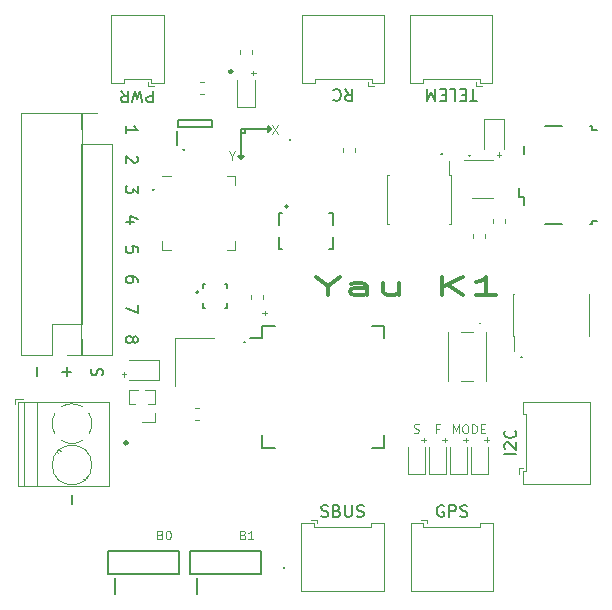
<source format=gbr>
G04 #@! TF.GenerationSoftware,KiCad,Pcbnew,9.0.2*
G04 #@! TF.CreationDate,2025-06-16T10:28:11-04:00*
G04 #@! TF.ProjectId,avionicsboard,6176696f-6e69-4637-9362-6f6172642e6b,rev?*
G04 #@! TF.SameCoordinates,Original*
G04 #@! TF.FileFunction,Legend,Top*
G04 #@! TF.FilePolarity,Positive*
%FSLAX46Y46*%
G04 Gerber Fmt 4.6, Leading zero omitted, Abs format (unit mm)*
G04 Created by KiCad (PCBNEW 9.0.2) date 2025-06-16 10:28:11*
%MOMM*%
%LPD*%
G01*
G04 APERTURE LIST*
%ADD10C,0.150000*%
%ADD11C,0.050000*%
%ADD12C,0.100000*%
%ADD13C,0.375000*%
%ADD14C,0.120000*%
%ADD15C,0.127000*%
%ADD16C,0.200000*%
%ADD17C,0.254000*%
G04 APERTURE END LIST*
D10*
X42037000Y-30480000D02*
X42291000Y-30226000D01*
X39751000Y-30226000D02*
X39751000Y-32766000D01*
X39497000Y-32512000D02*
X39751000Y-32766000D01*
X40005000Y-32512000D02*
X39497000Y-32512000D01*
X39751000Y-32766000D02*
X40005000Y-32512000D01*
X42037000Y-29972000D02*
X42037000Y-30480000D01*
X63556796Y-49580800D02*
G75*
G02*
X63443204Y-49580800I-56796J0D01*
G01*
X63443204Y-49580800D02*
G75*
G02*
X63556796Y-49580800I56796J0D01*
G01*
X32416396Y-35382200D02*
G75*
G02*
X32302804Y-35382200I-56796J0D01*
G01*
X32302804Y-35382200D02*
G75*
G02*
X32416396Y-35382200I56796J0D01*
G01*
X34981796Y-32004000D02*
G75*
G02*
X34868204Y-32004000I-56796J0D01*
G01*
X34868204Y-32004000D02*
G75*
G02*
X34981796Y-32004000I56796J0D01*
G01*
X56825796Y-32385000D02*
G75*
G02*
X56712204Y-32385000I-56796J0D01*
G01*
X56712204Y-32385000D02*
G75*
G02*
X56825796Y-32385000I56796J0D01*
G01*
X59187996Y-32486600D02*
G75*
G02*
X59074404Y-32486600I-56796J0D01*
G01*
X59074404Y-32486600D02*
G75*
G02*
X59187996Y-32486600I56796J0D01*
G01*
X43465396Y-67386200D02*
G75*
G02*
X43351804Y-67386200I-56796J0D01*
G01*
X43351804Y-67386200D02*
G75*
G02*
X43465396Y-67386200I56796J0D01*
G01*
X39751000Y-30226000D02*
X42291000Y-30226000D01*
X39751000Y-30607000D02*
X40132000Y-30607000D01*
X40132000Y-30607000D02*
X40132000Y-30226000D01*
X42291000Y-30226000D02*
X42037000Y-29972000D01*
X40112596Y-48310800D02*
G75*
G02*
X39999004Y-48310800I-56796J0D01*
G01*
X39999004Y-48310800D02*
G75*
G02*
X40112596Y-48310800I56796J0D01*
G01*
D11*
X41592523Y-45834433D02*
X41973476Y-45834433D01*
X41782999Y-46024909D02*
X41782999Y-45643957D01*
X61429923Y-32397833D02*
X61810876Y-32397833D01*
X61620399Y-32588309D02*
X61620399Y-32207357D01*
X29679923Y-51016033D02*
X30060876Y-51016033D01*
X29870399Y-51206509D02*
X29870399Y-50825557D01*
X55054523Y-56578633D02*
X55435476Y-56578633D01*
X55244999Y-56769109D02*
X55244999Y-56388157D01*
X56832523Y-56578633D02*
X57213476Y-56578633D01*
X57022999Y-56769109D02*
X57022999Y-56388157D01*
X58610523Y-56553233D02*
X58991476Y-56553233D01*
X58800999Y-56743709D02*
X58800999Y-56362757D01*
X60388523Y-56527833D02*
X60769476Y-56527833D01*
X60578999Y-56718309D02*
X60578999Y-56337357D01*
D10*
X31025180Y-35036167D02*
X31025180Y-35655214D01*
X31025180Y-35655214D02*
X30644228Y-35321881D01*
X30644228Y-35321881D02*
X30644228Y-35464738D01*
X30644228Y-35464738D02*
X30596609Y-35559976D01*
X30596609Y-35559976D02*
X30548990Y-35607595D01*
X30548990Y-35607595D02*
X30453752Y-35655214D01*
X30453752Y-35655214D02*
X30215657Y-35655214D01*
X30215657Y-35655214D02*
X30120419Y-35607595D01*
X30120419Y-35607595D02*
X30072800Y-35559976D01*
X30072800Y-35559976D02*
X30025180Y-35464738D01*
X30025180Y-35464738D02*
X30025180Y-35179024D01*
X30025180Y-35179024D02*
X30072800Y-35083786D01*
X30072800Y-35083786D02*
X30120419Y-35036167D01*
X30691847Y-38099976D02*
X30025180Y-38099976D01*
X31072800Y-37861881D02*
X30358514Y-37623786D01*
X30358514Y-37623786D02*
X30358514Y-38242833D01*
X30929942Y-32543786D02*
X30977561Y-32591405D01*
X30977561Y-32591405D02*
X31025180Y-32686643D01*
X31025180Y-32686643D02*
X31025180Y-32924738D01*
X31025180Y-32924738D02*
X30977561Y-33019976D01*
X30977561Y-33019976D02*
X30929942Y-33067595D01*
X30929942Y-33067595D02*
X30834704Y-33115214D01*
X30834704Y-33115214D02*
X30739466Y-33115214D01*
X30739466Y-33115214D02*
X30596609Y-33067595D01*
X30596609Y-33067595D02*
X30025180Y-32496167D01*
X30025180Y-32496167D02*
X30025180Y-33115214D01*
X31025180Y-40687595D02*
X31025180Y-40211405D01*
X31025180Y-40211405D02*
X30548990Y-40163786D01*
X30548990Y-40163786D02*
X30596609Y-40211405D01*
X30596609Y-40211405D02*
X30644228Y-40306643D01*
X30644228Y-40306643D02*
X30644228Y-40544738D01*
X30644228Y-40544738D02*
X30596609Y-40639976D01*
X30596609Y-40639976D02*
X30548990Y-40687595D01*
X30548990Y-40687595D02*
X30453752Y-40735214D01*
X30453752Y-40735214D02*
X30215657Y-40735214D01*
X30215657Y-40735214D02*
X30120419Y-40687595D01*
X30120419Y-40687595D02*
X30072800Y-40639976D01*
X30072800Y-40639976D02*
X30025180Y-40544738D01*
X30025180Y-40544738D02*
X30025180Y-40306643D01*
X30025180Y-40306643D02*
X30072800Y-40211405D01*
X30072800Y-40211405D02*
X30120419Y-40163786D01*
X31025180Y-43179976D02*
X31025180Y-42989500D01*
X31025180Y-42989500D02*
X30977561Y-42894262D01*
X30977561Y-42894262D02*
X30929942Y-42846643D01*
X30929942Y-42846643D02*
X30787085Y-42751405D01*
X30787085Y-42751405D02*
X30596609Y-42703786D01*
X30596609Y-42703786D02*
X30215657Y-42703786D01*
X30215657Y-42703786D02*
X30120419Y-42751405D01*
X30120419Y-42751405D02*
X30072800Y-42799024D01*
X30072800Y-42799024D02*
X30025180Y-42894262D01*
X30025180Y-42894262D02*
X30025180Y-43084738D01*
X30025180Y-43084738D02*
X30072800Y-43179976D01*
X30072800Y-43179976D02*
X30120419Y-43227595D01*
X30120419Y-43227595D02*
X30215657Y-43275214D01*
X30215657Y-43275214D02*
X30453752Y-43275214D01*
X30453752Y-43275214D02*
X30548990Y-43227595D01*
X30548990Y-43227595D02*
X30596609Y-43179976D01*
X30596609Y-43179976D02*
X30644228Y-43084738D01*
X30644228Y-43084738D02*
X30644228Y-42894262D01*
X30644228Y-42894262D02*
X30596609Y-42799024D01*
X30596609Y-42799024D02*
X30548990Y-42751405D01*
X30548990Y-42751405D02*
X30453752Y-42703786D01*
X31025180Y-45132667D02*
X31025180Y-45799333D01*
X31025180Y-45799333D02*
X30025180Y-45370762D01*
X30596609Y-47974262D02*
X30644228Y-47879024D01*
X30644228Y-47879024D02*
X30691847Y-47831405D01*
X30691847Y-47831405D02*
X30787085Y-47783786D01*
X30787085Y-47783786D02*
X30834704Y-47783786D01*
X30834704Y-47783786D02*
X30929942Y-47831405D01*
X30929942Y-47831405D02*
X30977561Y-47879024D01*
X30977561Y-47879024D02*
X31025180Y-47974262D01*
X31025180Y-47974262D02*
X31025180Y-48164738D01*
X31025180Y-48164738D02*
X30977561Y-48259976D01*
X30977561Y-48259976D02*
X30929942Y-48307595D01*
X30929942Y-48307595D02*
X30834704Y-48355214D01*
X30834704Y-48355214D02*
X30787085Y-48355214D01*
X30787085Y-48355214D02*
X30691847Y-48307595D01*
X30691847Y-48307595D02*
X30644228Y-48259976D01*
X30644228Y-48259976D02*
X30596609Y-48164738D01*
X30596609Y-48164738D02*
X30596609Y-47974262D01*
X30596609Y-47974262D02*
X30548990Y-47879024D01*
X30548990Y-47879024D02*
X30501371Y-47831405D01*
X30501371Y-47831405D02*
X30406133Y-47783786D01*
X30406133Y-47783786D02*
X30215657Y-47783786D01*
X30215657Y-47783786D02*
X30120419Y-47831405D01*
X30120419Y-47831405D02*
X30072800Y-47879024D01*
X30072800Y-47879024D02*
X30025180Y-47974262D01*
X30025180Y-47974262D02*
X30025180Y-48164738D01*
X30025180Y-48164738D02*
X30072800Y-48259976D01*
X30072800Y-48259976D02*
X30120419Y-48307595D01*
X30120419Y-48307595D02*
X30215657Y-48355214D01*
X30215657Y-48355214D02*
X30406133Y-48355214D01*
X30406133Y-48355214D02*
X30501371Y-48307595D01*
X30501371Y-48307595D02*
X30548990Y-48259976D01*
X30548990Y-48259976D02*
X30596609Y-48164738D01*
X27126400Y-50514286D02*
X27078780Y-50657143D01*
X27078780Y-50657143D02*
X27078780Y-50895238D01*
X27078780Y-50895238D02*
X27126400Y-50990476D01*
X27126400Y-50990476D02*
X27174019Y-51038095D01*
X27174019Y-51038095D02*
X27269257Y-51085714D01*
X27269257Y-51085714D02*
X27364495Y-51085714D01*
X27364495Y-51085714D02*
X27459733Y-51038095D01*
X27459733Y-51038095D02*
X27507352Y-50990476D01*
X27507352Y-50990476D02*
X27554971Y-50895238D01*
X27554971Y-50895238D02*
X27602590Y-50704762D01*
X27602590Y-50704762D02*
X27650209Y-50609524D01*
X27650209Y-50609524D02*
X27697828Y-50561905D01*
X27697828Y-50561905D02*
X27793066Y-50514286D01*
X27793066Y-50514286D02*
X27888304Y-50514286D01*
X27888304Y-50514286D02*
X27983542Y-50561905D01*
X27983542Y-50561905D02*
X28031161Y-50609524D01*
X28031161Y-50609524D02*
X28078780Y-50704762D01*
X28078780Y-50704762D02*
X28078780Y-50942857D01*
X28078780Y-50942857D02*
X28031161Y-51085714D01*
X25008633Y-50419048D02*
X25008633Y-51180953D01*
X24627680Y-50800000D02*
X25389585Y-50800000D01*
X22468633Y-50419048D02*
X22468633Y-51180953D01*
X48602876Y-26850180D02*
X48936209Y-27326371D01*
X49174304Y-26850180D02*
X49174304Y-27850180D01*
X49174304Y-27850180D02*
X48793352Y-27850180D01*
X48793352Y-27850180D02*
X48698114Y-27802561D01*
X48698114Y-27802561D02*
X48650495Y-27754942D01*
X48650495Y-27754942D02*
X48602876Y-27659704D01*
X48602876Y-27659704D02*
X48602876Y-27516847D01*
X48602876Y-27516847D02*
X48650495Y-27421609D01*
X48650495Y-27421609D02*
X48698114Y-27373990D01*
X48698114Y-27373990D02*
X48793352Y-27326371D01*
X48793352Y-27326371D02*
X49174304Y-27326371D01*
X47602876Y-26945419D02*
X47650495Y-26897800D01*
X47650495Y-26897800D02*
X47793352Y-26850180D01*
X47793352Y-26850180D02*
X47888590Y-26850180D01*
X47888590Y-26850180D02*
X48031447Y-26897800D01*
X48031447Y-26897800D02*
X48126685Y-26993038D01*
X48126685Y-26993038D02*
X48174304Y-27088276D01*
X48174304Y-27088276D02*
X48221923Y-27278752D01*
X48221923Y-27278752D02*
X48221923Y-27421609D01*
X48221923Y-27421609D02*
X48174304Y-27612085D01*
X48174304Y-27612085D02*
X48126685Y-27707323D01*
X48126685Y-27707323D02*
X48031447Y-27802561D01*
X48031447Y-27802561D02*
X47888590Y-27850180D01*
X47888590Y-27850180D02*
X47793352Y-27850180D01*
X47793352Y-27850180D02*
X47650495Y-27802561D01*
X47650495Y-27802561D02*
X47602876Y-27754942D01*
D12*
X54395714Y-55932050D02*
X54502857Y-55967764D01*
X54502857Y-55967764D02*
X54681428Y-55967764D01*
X54681428Y-55967764D02*
X54752857Y-55932050D01*
X54752857Y-55932050D02*
X54788571Y-55896335D01*
X54788571Y-55896335D02*
X54824285Y-55824907D01*
X54824285Y-55824907D02*
X54824285Y-55753478D01*
X54824285Y-55753478D02*
X54788571Y-55682050D01*
X54788571Y-55682050D02*
X54752857Y-55646335D01*
X54752857Y-55646335D02*
X54681428Y-55610621D01*
X54681428Y-55610621D02*
X54538571Y-55574907D01*
X54538571Y-55574907D02*
X54467142Y-55539192D01*
X54467142Y-55539192D02*
X54431428Y-55503478D01*
X54431428Y-55503478D02*
X54395714Y-55432050D01*
X54395714Y-55432050D02*
X54395714Y-55360621D01*
X54395714Y-55360621D02*
X54431428Y-55289192D01*
X54431428Y-55289192D02*
X54467142Y-55253478D01*
X54467142Y-55253478D02*
X54538571Y-55217764D01*
X54538571Y-55217764D02*
X54717142Y-55217764D01*
X54717142Y-55217764D02*
X54824285Y-55253478D01*
X56495143Y-55600307D02*
X56245143Y-55600307D01*
X56245143Y-55993164D02*
X56245143Y-55243164D01*
X56245143Y-55243164D02*
X56602286Y-55243164D01*
X57697857Y-55993164D02*
X57697857Y-55243164D01*
X57697857Y-55243164D02*
X57947857Y-55778878D01*
X57947857Y-55778878D02*
X58197857Y-55243164D01*
X58197857Y-55243164D02*
X58197857Y-55993164D01*
X58697857Y-55243164D02*
X58840714Y-55243164D01*
X58840714Y-55243164D02*
X58912143Y-55278878D01*
X58912143Y-55278878D02*
X58983571Y-55350307D01*
X58983571Y-55350307D02*
X59019286Y-55493164D01*
X59019286Y-55493164D02*
X59019286Y-55743164D01*
X59019286Y-55743164D02*
X58983571Y-55886021D01*
X58983571Y-55886021D02*
X58912143Y-55957450D01*
X58912143Y-55957450D02*
X58840714Y-55993164D01*
X58840714Y-55993164D02*
X58697857Y-55993164D01*
X58697857Y-55993164D02*
X58626429Y-55957450D01*
X58626429Y-55957450D02*
X58555000Y-55886021D01*
X58555000Y-55886021D02*
X58519286Y-55743164D01*
X58519286Y-55743164D02*
X58519286Y-55493164D01*
X58519286Y-55493164D02*
X58555000Y-55350307D01*
X58555000Y-55350307D02*
X58626429Y-55278878D01*
X58626429Y-55278878D02*
X58697857Y-55243164D01*
X59340714Y-55993164D02*
X59340714Y-55243164D01*
X59340714Y-55243164D02*
X59519285Y-55243164D01*
X59519285Y-55243164D02*
X59626428Y-55278878D01*
X59626428Y-55278878D02*
X59697857Y-55350307D01*
X59697857Y-55350307D02*
X59733571Y-55421735D01*
X59733571Y-55421735D02*
X59769285Y-55564592D01*
X59769285Y-55564592D02*
X59769285Y-55671735D01*
X59769285Y-55671735D02*
X59733571Y-55814592D01*
X59733571Y-55814592D02*
X59697857Y-55886021D01*
X59697857Y-55886021D02*
X59626428Y-55957450D01*
X59626428Y-55957450D02*
X59519285Y-55993164D01*
X59519285Y-55993164D02*
X59340714Y-55993164D01*
X60090714Y-55600307D02*
X60340714Y-55600307D01*
X60447857Y-55993164D02*
X60090714Y-55993164D01*
X60090714Y-55993164D02*
X60090714Y-55243164D01*
X60090714Y-55243164D02*
X60447857Y-55243164D01*
D10*
X25453133Y-61214048D02*
X25453133Y-61975953D01*
D12*
X39930028Y-64591907D02*
X40037171Y-64627621D01*
X40037171Y-64627621D02*
X40072885Y-64663335D01*
X40072885Y-64663335D02*
X40108599Y-64734764D01*
X40108599Y-64734764D02*
X40108599Y-64841907D01*
X40108599Y-64841907D02*
X40072885Y-64913335D01*
X40072885Y-64913335D02*
X40037171Y-64949050D01*
X40037171Y-64949050D02*
X39965742Y-64984764D01*
X39965742Y-64984764D02*
X39680028Y-64984764D01*
X39680028Y-64984764D02*
X39680028Y-64234764D01*
X39680028Y-64234764D02*
X39930028Y-64234764D01*
X39930028Y-64234764D02*
X40001457Y-64270478D01*
X40001457Y-64270478D02*
X40037171Y-64306192D01*
X40037171Y-64306192D02*
X40072885Y-64377621D01*
X40072885Y-64377621D02*
X40072885Y-64449050D01*
X40072885Y-64449050D02*
X40037171Y-64520478D01*
X40037171Y-64520478D02*
X40001457Y-64556192D01*
X40001457Y-64556192D02*
X39930028Y-64591907D01*
X39930028Y-64591907D02*
X39680028Y-64591907D01*
X40822885Y-64984764D02*
X40394314Y-64984764D01*
X40608599Y-64984764D02*
X40608599Y-64234764D01*
X40608599Y-64234764D02*
X40537171Y-64341907D01*
X40537171Y-64341907D02*
X40465742Y-64413335D01*
X40465742Y-64413335D02*
X40394314Y-64449050D01*
X38989000Y-32496621D02*
X38989000Y-32853764D01*
X38739000Y-32103764D02*
X38989000Y-32496621D01*
X38989000Y-32496621D02*
X39239000Y-32103764D01*
X42922000Y-30634235D02*
X42422000Y-29884235D01*
X42422000Y-30634235D02*
X42922000Y-29884235D01*
D13*
X47114285Y-43560142D02*
X47114285Y-44274428D01*
X46114285Y-42774428D02*
X47114285Y-43560142D01*
X47114285Y-43560142D02*
X48114285Y-42774428D01*
X50400000Y-44274428D02*
X50400000Y-43488714D01*
X50400000Y-43488714D02*
X50257142Y-43345857D01*
X50257142Y-43345857D02*
X49971428Y-43274428D01*
X49971428Y-43274428D02*
X49400000Y-43274428D01*
X49400000Y-43274428D02*
X49114285Y-43345857D01*
X50400000Y-44203000D02*
X50114285Y-44274428D01*
X50114285Y-44274428D02*
X49400000Y-44274428D01*
X49400000Y-44274428D02*
X49114285Y-44203000D01*
X49114285Y-44203000D02*
X48971428Y-44060142D01*
X48971428Y-44060142D02*
X48971428Y-43917285D01*
X48971428Y-43917285D02*
X49114285Y-43774428D01*
X49114285Y-43774428D02*
X49400000Y-43703000D01*
X49400000Y-43703000D02*
X50114285Y-43703000D01*
X50114285Y-43703000D02*
X50400000Y-43631571D01*
X53114286Y-43274428D02*
X53114286Y-44274428D01*
X51828571Y-43274428D02*
X51828571Y-44060142D01*
X51828571Y-44060142D02*
X51971428Y-44203000D01*
X51971428Y-44203000D02*
X52257143Y-44274428D01*
X52257143Y-44274428D02*
X52685714Y-44274428D01*
X52685714Y-44274428D02*
X52971428Y-44203000D01*
X52971428Y-44203000D02*
X53114286Y-44131571D01*
X56828571Y-44274428D02*
X56828571Y-42774428D01*
X58542857Y-44274428D02*
X57257143Y-43417285D01*
X58542857Y-42774428D02*
X56828571Y-43631571D01*
X61400000Y-44274428D02*
X59685714Y-44274428D01*
X60542857Y-44274428D02*
X60542857Y-42774428D01*
X60542857Y-42774428D02*
X60257143Y-42988714D01*
X60257143Y-42988714D02*
X59971428Y-43131571D01*
X59971428Y-43131571D02*
X59685714Y-43203000D01*
D12*
X32945028Y-64591907D02*
X33052171Y-64627621D01*
X33052171Y-64627621D02*
X33087885Y-64663335D01*
X33087885Y-64663335D02*
X33123599Y-64734764D01*
X33123599Y-64734764D02*
X33123599Y-64841907D01*
X33123599Y-64841907D02*
X33087885Y-64913335D01*
X33087885Y-64913335D02*
X33052171Y-64949050D01*
X33052171Y-64949050D02*
X32980742Y-64984764D01*
X32980742Y-64984764D02*
X32695028Y-64984764D01*
X32695028Y-64984764D02*
X32695028Y-64234764D01*
X32695028Y-64234764D02*
X32945028Y-64234764D01*
X32945028Y-64234764D02*
X33016457Y-64270478D01*
X33016457Y-64270478D02*
X33052171Y-64306192D01*
X33052171Y-64306192D02*
X33087885Y-64377621D01*
X33087885Y-64377621D02*
X33087885Y-64449050D01*
X33087885Y-64449050D02*
X33052171Y-64520478D01*
X33052171Y-64520478D02*
X33016457Y-64556192D01*
X33016457Y-64556192D02*
X32945028Y-64591907D01*
X32945028Y-64591907D02*
X32695028Y-64591907D01*
X33587885Y-64234764D02*
X33659314Y-64234764D01*
X33659314Y-64234764D02*
X33730742Y-64270478D01*
X33730742Y-64270478D02*
X33766457Y-64306192D01*
X33766457Y-64306192D02*
X33802171Y-64377621D01*
X33802171Y-64377621D02*
X33837885Y-64520478D01*
X33837885Y-64520478D02*
X33837885Y-64699050D01*
X33837885Y-64699050D02*
X33802171Y-64841907D01*
X33802171Y-64841907D02*
X33766457Y-64913335D01*
X33766457Y-64913335D02*
X33730742Y-64949050D01*
X33730742Y-64949050D02*
X33659314Y-64984764D01*
X33659314Y-64984764D02*
X33587885Y-64984764D01*
X33587885Y-64984764D02*
X33516457Y-64949050D01*
X33516457Y-64949050D02*
X33480742Y-64913335D01*
X33480742Y-64913335D02*
X33445028Y-64841907D01*
X33445028Y-64841907D02*
X33409314Y-64699050D01*
X33409314Y-64699050D02*
X33409314Y-64520478D01*
X33409314Y-64520478D02*
X33445028Y-64377621D01*
X33445028Y-64377621D02*
X33480742Y-64306192D01*
X33480742Y-64306192D02*
X33516457Y-64270478D01*
X33516457Y-64270478D02*
X33587885Y-64234764D01*
D11*
X40627323Y-25514433D02*
X41008276Y-25514433D01*
X40817799Y-25704909D02*
X40817799Y-25323957D01*
D10*
X30025180Y-30575214D02*
X30025180Y-30003786D01*
X30025180Y-30289500D02*
X31025180Y-30289500D01*
X31025180Y-30289500D02*
X30882323Y-30194262D01*
X30882323Y-30194262D02*
X30787085Y-30099024D01*
X30787085Y-30099024D02*
X30739466Y-30003786D01*
X46576286Y-63018200D02*
X46719143Y-63065819D01*
X46719143Y-63065819D02*
X46957238Y-63065819D01*
X46957238Y-63065819D02*
X47052476Y-63018200D01*
X47052476Y-63018200D02*
X47100095Y-62970580D01*
X47100095Y-62970580D02*
X47147714Y-62875342D01*
X47147714Y-62875342D02*
X47147714Y-62780104D01*
X47147714Y-62780104D02*
X47100095Y-62684866D01*
X47100095Y-62684866D02*
X47052476Y-62637247D01*
X47052476Y-62637247D02*
X46957238Y-62589628D01*
X46957238Y-62589628D02*
X46766762Y-62542009D01*
X46766762Y-62542009D02*
X46671524Y-62494390D01*
X46671524Y-62494390D02*
X46623905Y-62446771D01*
X46623905Y-62446771D02*
X46576286Y-62351533D01*
X46576286Y-62351533D02*
X46576286Y-62256295D01*
X46576286Y-62256295D02*
X46623905Y-62161057D01*
X46623905Y-62161057D02*
X46671524Y-62113438D01*
X46671524Y-62113438D02*
X46766762Y-62065819D01*
X46766762Y-62065819D02*
X47004857Y-62065819D01*
X47004857Y-62065819D02*
X47147714Y-62113438D01*
X47909619Y-62542009D02*
X48052476Y-62589628D01*
X48052476Y-62589628D02*
X48100095Y-62637247D01*
X48100095Y-62637247D02*
X48147714Y-62732485D01*
X48147714Y-62732485D02*
X48147714Y-62875342D01*
X48147714Y-62875342D02*
X48100095Y-62970580D01*
X48100095Y-62970580D02*
X48052476Y-63018200D01*
X48052476Y-63018200D02*
X47957238Y-63065819D01*
X47957238Y-63065819D02*
X47576286Y-63065819D01*
X47576286Y-63065819D02*
X47576286Y-62065819D01*
X47576286Y-62065819D02*
X47909619Y-62065819D01*
X47909619Y-62065819D02*
X48004857Y-62113438D01*
X48004857Y-62113438D02*
X48052476Y-62161057D01*
X48052476Y-62161057D02*
X48100095Y-62256295D01*
X48100095Y-62256295D02*
X48100095Y-62351533D01*
X48100095Y-62351533D02*
X48052476Y-62446771D01*
X48052476Y-62446771D02*
X48004857Y-62494390D01*
X48004857Y-62494390D02*
X47909619Y-62542009D01*
X47909619Y-62542009D02*
X47576286Y-62542009D01*
X48576286Y-62065819D02*
X48576286Y-62875342D01*
X48576286Y-62875342D02*
X48623905Y-62970580D01*
X48623905Y-62970580D02*
X48671524Y-63018200D01*
X48671524Y-63018200D02*
X48766762Y-63065819D01*
X48766762Y-63065819D02*
X48957238Y-63065819D01*
X48957238Y-63065819D02*
X49052476Y-63018200D01*
X49052476Y-63018200D02*
X49100095Y-62970580D01*
X49100095Y-62970580D02*
X49147714Y-62875342D01*
X49147714Y-62875342D02*
X49147714Y-62065819D01*
X49576286Y-63018200D02*
X49719143Y-63065819D01*
X49719143Y-63065819D02*
X49957238Y-63065819D01*
X49957238Y-63065819D02*
X50052476Y-63018200D01*
X50052476Y-63018200D02*
X50100095Y-62970580D01*
X50100095Y-62970580D02*
X50147714Y-62875342D01*
X50147714Y-62875342D02*
X50147714Y-62780104D01*
X50147714Y-62780104D02*
X50100095Y-62684866D01*
X50100095Y-62684866D02*
X50052476Y-62637247D01*
X50052476Y-62637247D02*
X49957238Y-62589628D01*
X49957238Y-62589628D02*
X49766762Y-62542009D01*
X49766762Y-62542009D02*
X49671524Y-62494390D01*
X49671524Y-62494390D02*
X49623905Y-62446771D01*
X49623905Y-62446771D02*
X49576286Y-62351533D01*
X49576286Y-62351533D02*
X49576286Y-62256295D01*
X49576286Y-62256295D02*
X49623905Y-62161057D01*
X49623905Y-62161057D02*
X49671524Y-62113438D01*
X49671524Y-62113438D02*
X49766762Y-62065819D01*
X49766762Y-62065819D02*
X50004857Y-62065819D01*
X50004857Y-62065819D02*
X50147714Y-62113438D01*
X56918714Y-62113438D02*
X56823476Y-62065819D01*
X56823476Y-62065819D02*
X56680619Y-62065819D01*
X56680619Y-62065819D02*
X56537762Y-62113438D01*
X56537762Y-62113438D02*
X56442524Y-62208676D01*
X56442524Y-62208676D02*
X56394905Y-62303914D01*
X56394905Y-62303914D02*
X56347286Y-62494390D01*
X56347286Y-62494390D02*
X56347286Y-62637247D01*
X56347286Y-62637247D02*
X56394905Y-62827723D01*
X56394905Y-62827723D02*
X56442524Y-62922961D01*
X56442524Y-62922961D02*
X56537762Y-63018200D01*
X56537762Y-63018200D02*
X56680619Y-63065819D01*
X56680619Y-63065819D02*
X56775857Y-63065819D01*
X56775857Y-63065819D02*
X56918714Y-63018200D01*
X56918714Y-63018200D02*
X56966333Y-62970580D01*
X56966333Y-62970580D02*
X56966333Y-62637247D01*
X56966333Y-62637247D02*
X56775857Y-62637247D01*
X57394905Y-63065819D02*
X57394905Y-62065819D01*
X57394905Y-62065819D02*
X57775857Y-62065819D01*
X57775857Y-62065819D02*
X57871095Y-62113438D01*
X57871095Y-62113438D02*
X57918714Y-62161057D01*
X57918714Y-62161057D02*
X57966333Y-62256295D01*
X57966333Y-62256295D02*
X57966333Y-62399152D01*
X57966333Y-62399152D02*
X57918714Y-62494390D01*
X57918714Y-62494390D02*
X57871095Y-62542009D01*
X57871095Y-62542009D02*
X57775857Y-62589628D01*
X57775857Y-62589628D02*
X57394905Y-62589628D01*
X58347286Y-63018200D02*
X58490143Y-63065819D01*
X58490143Y-63065819D02*
X58728238Y-63065819D01*
X58728238Y-63065819D02*
X58823476Y-63018200D01*
X58823476Y-63018200D02*
X58871095Y-62970580D01*
X58871095Y-62970580D02*
X58918714Y-62875342D01*
X58918714Y-62875342D02*
X58918714Y-62780104D01*
X58918714Y-62780104D02*
X58871095Y-62684866D01*
X58871095Y-62684866D02*
X58823476Y-62637247D01*
X58823476Y-62637247D02*
X58728238Y-62589628D01*
X58728238Y-62589628D02*
X58537762Y-62542009D01*
X58537762Y-62542009D02*
X58442524Y-62494390D01*
X58442524Y-62494390D02*
X58394905Y-62446771D01*
X58394905Y-62446771D02*
X58347286Y-62351533D01*
X58347286Y-62351533D02*
X58347286Y-62256295D01*
X58347286Y-62256295D02*
X58394905Y-62161057D01*
X58394905Y-62161057D02*
X58442524Y-62113438D01*
X58442524Y-62113438D02*
X58537762Y-62065819D01*
X58537762Y-62065819D02*
X58775857Y-62065819D01*
X58775857Y-62065819D02*
X58918714Y-62113438D01*
X63065819Y-57770189D02*
X62065819Y-57770189D01*
X62161057Y-57341618D02*
X62113438Y-57293999D01*
X62113438Y-57293999D02*
X62065819Y-57198761D01*
X62065819Y-57198761D02*
X62065819Y-56960666D01*
X62065819Y-56960666D02*
X62113438Y-56865428D01*
X62113438Y-56865428D02*
X62161057Y-56817809D01*
X62161057Y-56817809D02*
X62256295Y-56770190D01*
X62256295Y-56770190D02*
X62351533Y-56770190D01*
X62351533Y-56770190D02*
X62494390Y-56817809D01*
X62494390Y-56817809D02*
X63065819Y-57389237D01*
X63065819Y-57389237D02*
X63065819Y-56770190D01*
X62970580Y-55770190D02*
X63018200Y-55817809D01*
X63018200Y-55817809D02*
X63065819Y-55960666D01*
X63065819Y-55960666D02*
X63065819Y-56055904D01*
X63065819Y-56055904D02*
X63018200Y-56198761D01*
X63018200Y-56198761D02*
X62922961Y-56293999D01*
X62922961Y-56293999D02*
X62827723Y-56341618D01*
X62827723Y-56341618D02*
X62637247Y-56389237D01*
X62637247Y-56389237D02*
X62494390Y-56389237D01*
X62494390Y-56389237D02*
X62303914Y-56341618D01*
X62303914Y-56341618D02*
X62208676Y-56293999D01*
X62208676Y-56293999D02*
X62113438Y-56198761D01*
X62113438Y-56198761D02*
X62065819Y-56055904D01*
X62065819Y-56055904D02*
X62065819Y-55960666D01*
X62065819Y-55960666D02*
X62113438Y-55817809D01*
X62113438Y-55817809D02*
X62161057Y-55770190D01*
X32336332Y-26977180D02*
X32336332Y-27977180D01*
X32336332Y-27977180D02*
X31955380Y-27977180D01*
X31955380Y-27977180D02*
X31860142Y-27929561D01*
X31860142Y-27929561D02*
X31812523Y-27881942D01*
X31812523Y-27881942D02*
X31764904Y-27786704D01*
X31764904Y-27786704D02*
X31764904Y-27643847D01*
X31764904Y-27643847D02*
X31812523Y-27548609D01*
X31812523Y-27548609D02*
X31860142Y-27500990D01*
X31860142Y-27500990D02*
X31955380Y-27453371D01*
X31955380Y-27453371D02*
X32336332Y-27453371D01*
X31431570Y-27977180D02*
X31193475Y-26977180D01*
X31193475Y-26977180D02*
X31002999Y-27691466D01*
X31002999Y-27691466D02*
X30812523Y-26977180D01*
X30812523Y-26977180D02*
X30574428Y-27977180D01*
X29622047Y-26977180D02*
X29955380Y-27453371D01*
X30193475Y-26977180D02*
X30193475Y-27977180D01*
X30193475Y-27977180D02*
X29812523Y-27977180D01*
X29812523Y-27977180D02*
X29717285Y-27929561D01*
X29717285Y-27929561D02*
X29669666Y-27881942D01*
X29669666Y-27881942D02*
X29622047Y-27786704D01*
X29622047Y-27786704D02*
X29622047Y-27643847D01*
X29622047Y-27643847D02*
X29669666Y-27548609D01*
X29669666Y-27548609D02*
X29717285Y-27500990D01*
X29717285Y-27500990D02*
X29812523Y-27453371D01*
X29812523Y-27453371D02*
X30193475Y-27453371D01*
X59722666Y-27850180D02*
X59151238Y-27850180D01*
X59436952Y-26850180D02*
X59436952Y-27850180D01*
X58817904Y-27373990D02*
X58484571Y-27373990D01*
X58341714Y-26850180D02*
X58817904Y-26850180D01*
X58817904Y-26850180D02*
X58817904Y-27850180D01*
X58817904Y-27850180D02*
X58341714Y-27850180D01*
X57436952Y-26850180D02*
X57913142Y-26850180D01*
X57913142Y-26850180D02*
X57913142Y-27850180D01*
X57103618Y-27373990D02*
X56770285Y-27373990D01*
X56627428Y-26850180D02*
X57103618Y-26850180D01*
X57103618Y-26850180D02*
X57103618Y-27850180D01*
X57103618Y-27850180D02*
X56627428Y-27850180D01*
X56198856Y-26850180D02*
X56198856Y-27850180D01*
X56198856Y-27850180D02*
X55865523Y-27135895D01*
X55865523Y-27135895D02*
X55532190Y-27850180D01*
X55532190Y-27850180D02*
X55532190Y-26850180D01*
D14*
X44872000Y-63610000D02*
X44872000Y-69330000D01*
X44872000Y-69330000D02*
X48357000Y-69330000D01*
X45942000Y-63610000D02*
X44872000Y-63610000D01*
X45942000Y-63910000D02*
X45942000Y-63610000D01*
X46232000Y-63320000D02*
X45732000Y-63320000D01*
X46232000Y-63620000D02*
X46232000Y-63320000D01*
X48357000Y-63910000D02*
X45942000Y-63910000D01*
X48357000Y-63910000D02*
X50772000Y-63910000D01*
X50772000Y-63610000D02*
X51842000Y-63610000D01*
X50772000Y-63910000D02*
X50772000Y-63610000D01*
X51842000Y-63610000D02*
X51842000Y-69330000D01*
X51842000Y-69330000D02*
X48357000Y-69330000D01*
D15*
X36523800Y-43326400D02*
X36703800Y-43326400D01*
X36523800Y-43726400D02*
X36523800Y-43326400D01*
X36523800Y-45386400D02*
X36523800Y-44986400D01*
X36703800Y-45386400D02*
X36523800Y-45386400D01*
X38403800Y-43326400D02*
X38583800Y-43326400D01*
X38403800Y-45386400D02*
X38583800Y-45386400D01*
X38583800Y-43326400D02*
X38583800Y-43726400D01*
X38583800Y-45386400D02*
X38583800Y-44986400D01*
D16*
X36153800Y-44056400D02*
G75*
G02*
X35953800Y-44056400I-100000J0D01*
G01*
X35953800Y-44056400D02*
G75*
G02*
X36153800Y-44056400I100000J0D01*
G01*
X28496000Y-65979000D02*
X34496000Y-65979000D01*
X28496000Y-67879000D02*
X28496000Y-65979000D01*
X29096000Y-69629000D02*
X29096000Y-68229000D01*
X34496000Y-65979000D02*
X34496000Y-67879000D01*
X34496000Y-67879000D02*
X28496000Y-67879000D01*
X35481000Y-65979000D02*
X41481000Y-65979000D01*
X35481000Y-67879000D02*
X35481000Y-65979000D01*
X36081000Y-69629000D02*
X36081000Y-68229000D01*
X41481000Y-65979000D02*
X41481000Y-67879000D01*
X41481000Y-67879000D02*
X35481000Y-67879000D01*
D14*
X36311521Y-26261600D02*
X36637079Y-26261600D01*
X36311521Y-27281600D02*
X36637079Y-27281600D01*
X39672800Y-23911879D02*
X39672800Y-23586321D01*
X40692800Y-23911879D02*
X40692800Y-23586321D01*
X48385000Y-31841221D02*
X48385000Y-32166779D01*
X49405000Y-31841221D02*
X49405000Y-32166779D01*
X55653000Y-57137500D02*
X55653000Y-59422500D01*
X55653000Y-59422500D02*
X57123000Y-59422500D01*
X57123000Y-59422500D02*
X57123000Y-57137500D01*
X57431000Y-57137500D02*
X57431000Y-59422500D01*
X57431000Y-59422500D02*
X58901000Y-59422500D01*
X58901000Y-59422500D02*
X58901000Y-57137500D01*
X59209000Y-57137500D02*
X59209000Y-59422500D01*
X59209000Y-59422500D02*
X60679000Y-59422500D01*
X60679000Y-59422500D02*
X60679000Y-57137500D01*
X60364000Y-29361000D02*
X60364000Y-31911000D01*
X62064000Y-29361000D02*
X60364000Y-29361000D01*
X62064000Y-29361000D02*
X62064000Y-31911000D01*
X32869000Y-49759500D02*
X30319000Y-49759500D01*
X32869000Y-51459500D02*
X30319000Y-51459500D01*
X32869000Y-51459500D02*
X32869000Y-49759500D01*
D16*
X34390200Y-31593800D02*
X34390200Y-30443800D01*
X34440200Y-29443800D02*
X37340200Y-29443800D01*
X34440200Y-30093800D02*
X34440200Y-29443800D01*
X37340200Y-29443800D02*
X37340200Y-30093800D01*
X37340200Y-30093800D02*
X34440200Y-30093800D01*
D14*
X61085000Y-38161279D02*
X61085000Y-37835721D01*
X62105000Y-38161279D02*
X62105000Y-37835721D01*
X59434000Y-39105721D02*
X59434000Y-39431279D01*
X60454000Y-39105721D02*
X60454000Y-39431279D01*
D17*
X30167000Y-56806000D02*
G75*
G02*
X29917000Y-56806000I-125000J0D01*
G01*
X29917000Y-56806000D02*
G75*
G02*
X30167000Y-56806000I125000J0D01*
G01*
D14*
X54143000Y-63610000D02*
X54143000Y-69330000D01*
X54143000Y-69330000D02*
X57628000Y-69330000D01*
X55213000Y-63610000D02*
X54143000Y-63610000D01*
X55213000Y-63910000D02*
X55213000Y-63610000D01*
X55503000Y-63320000D02*
X55003000Y-63320000D01*
X55503000Y-63620000D02*
X55503000Y-63320000D01*
X57628000Y-63910000D02*
X55213000Y-63910000D01*
X57628000Y-63910000D02*
X60043000Y-63910000D01*
X60043000Y-63610000D02*
X61113000Y-63610000D01*
X60043000Y-63910000D02*
X60043000Y-63610000D01*
X61113000Y-63610000D02*
X61113000Y-69330000D01*
X61113000Y-69330000D02*
X57628000Y-69330000D01*
X63320000Y-58924000D02*
X63320000Y-59424000D01*
X63610000Y-53314000D02*
X69330000Y-53314000D01*
X63610000Y-54384000D02*
X63610000Y-53314000D01*
X63610000Y-59214000D02*
X63610000Y-60284000D01*
X63610000Y-60284000D02*
X69330000Y-60284000D01*
X63620000Y-58924000D02*
X63320000Y-58924000D01*
X63910000Y-54384000D02*
X63610000Y-54384000D01*
X63910000Y-56799000D02*
X63910000Y-54384000D01*
X63910000Y-56799000D02*
X63910000Y-59214000D01*
X63910000Y-59214000D02*
X63610000Y-59214000D01*
X69330000Y-53314000D02*
X69330000Y-56799000D01*
X69330000Y-60284000D02*
X69330000Y-56799000D01*
D11*
X43380000Y-67352000D02*
X43380000Y-67352000D01*
X43430000Y-67352000D02*
X43430000Y-67352000D01*
X43380000Y-67352000D02*
G75*
G02*
X43430000Y-67352000I25000J0D01*
G01*
X43430000Y-67352000D02*
G75*
G02*
X43380000Y-67352000I-25000J0D01*
G01*
D15*
X42974000Y-37374000D02*
X43254000Y-37374000D01*
X42974000Y-38404000D02*
X42974000Y-37374000D01*
X42974000Y-40434000D02*
X42974000Y-39404000D01*
X43254000Y-40434000D02*
X42974000Y-40434000D01*
X47534000Y-37374000D02*
X47254000Y-37374000D01*
X47534000Y-38404000D02*
X47534000Y-37374000D01*
X47534000Y-39404000D02*
X47534000Y-40434000D01*
X47534000Y-40434000D02*
X47254000Y-40434000D01*
D16*
X43725000Y-36804000D02*
G75*
G02*
X43525000Y-36804000I-100000J0D01*
G01*
X43525000Y-36804000D02*
G75*
G02*
X43725000Y-36804000I100000J0D01*
G01*
D14*
X30259000Y-53532500D02*
X30259000Y-52327500D01*
X30805529Y-53532500D02*
X30259000Y-53532500D01*
X31061470Y-52327500D02*
X30259000Y-52327500D01*
X32479000Y-52327500D02*
X31676530Y-52327500D01*
X32479000Y-53532500D02*
X31932471Y-53532500D01*
X32479000Y-53532500D02*
X32479000Y-52327500D01*
X32479000Y-54292500D02*
X32479000Y-55052500D01*
X32479000Y-55052500D02*
X31369000Y-55052500D01*
X33085000Y-40448000D02*
X33085000Y-39698000D01*
X33835000Y-34228000D02*
X33085000Y-34228000D01*
X33835000Y-40448000D02*
X33085000Y-40448000D01*
X38555000Y-34228000D02*
X39305000Y-34228000D01*
X38555000Y-40448000D02*
X39305000Y-40448000D01*
X39305000Y-34228000D02*
X39305000Y-34978000D01*
X39305000Y-40448000D02*
X39305000Y-39698000D01*
X21130000Y-49330000D02*
X21130000Y-28890000D01*
X23730000Y-46730000D02*
X23730000Y-49330000D01*
X23730000Y-49330000D02*
X21130000Y-49330000D01*
X26330000Y-28890000D02*
X21130000Y-28890000D01*
X26330000Y-46730000D02*
X23730000Y-46730000D01*
X26330000Y-46730000D02*
X26330000Y-28890000D01*
X26330000Y-48000000D02*
X26330000Y-49330000D01*
X26330000Y-49330000D02*
X25000000Y-49330000D01*
X26211220Y-28921400D02*
X27541220Y-28921400D01*
X26211220Y-30251400D02*
X26211220Y-28921400D01*
X26211220Y-31521400D02*
X26211220Y-49361400D01*
X26211220Y-31521400D02*
X28871220Y-31521400D01*
X26211220Y-49361400D02*
X28871220Y-49361400D01*
X28871220Y-31521400D02*
X28871220Y-49361400D01*
X39447800Y-26073100D02*
X39447800Y-28358100D01*
X39447800Y-28358100D02*
X40917800Y-28358100D01*
X40917800Y-28358100D02*
X40917800Y-26073100D01*
X44932000Y-20586000D02*
X48417000Y-20586000D01*
X44932000Y-26306000D02*
X44932000Y-20586000D01*
X46002000Y-26006000D02*
X46002000Y-26306000D01*
X46002000Y-26306000D02*
X44932000Y-26306000D01*
X48417000Y-26006000D02*
X46002000Y-26006000D01*
X48417000Y-26006000D02*
X50832000Y-26006000D01*
X50542000Y-26296000D02*
X50542000Y-26596000D01*
X50542000Y-26596000D02*
X51042000Y-26596000D01*
X50832000Y-26006000D02*
X50832000Y-26306000D01*
X50832000Y-26306000D02*
X51902000Y-26306000D01*
X51902000Y-20586000D02*
X48417000Y-20586000D01*
X51902000Y-26306000D02*
X51902000Y-20586000D01*
D17*
X39032800Y-25373600D02*
G75*
G02*
X38782800Y-25373600I-125000J0D01*
G01*
X38782800Y-25373600D02*
G75*
G02*
X39032800Y-25373600I125000J0D01*
G01*
D12*
X57340700Y-47389900D02*
X57340700Y-51589900D01*
X59440700Y-47389900D02*
X58440700Y-47389900D01*
X59440700Y-51589900D02*
X58440700Y-51589900D01*
X59940700Y-46689900D02*
X59940700Y-46689900D01*
X60040700Y-46689900D02*
X60040700Y-46689900D01*
X60540700Y-47389900D02*
X60540700Y-51589900D01*
X59940700Y-46689900D02*
G75*
G02*
X60040700Y-46689900I50000J0D01*
G01*
X60040700Y-46689900D02*
G75*
G02*
X59940700Y-46689900I-50000J0D01*
G01*
D14*
X62805000Y-44209000D02*
X62870000Y-44209000D01*
X62805000Y-47739000D02*
X62805000Y-44209000D01*
X62805000Y-47739000D02*
X62870000Y-47739000D01*
X62870000Y-49064000D02*
X62870000Y-47739000D01*
X69210000Y-44209000D02*
X69275000Y-44209000D01*
X69210000Y-47739000D02*
X69275000Y-47739000D01*
X69275000Y-47739000D02*
X69275000Y-44209000D01*
X59341000Y-36103200D02*
X61141000Y-36103200D01*
X61141000Y-32883200D02*
X58691000Y-32883200D01*
X52134000Y-38295000D02*
X52134000Y-34095000D01*
X52294000Y-34095000D02*
X52124000Y-34095000D01*
X52304000Y-38295000D02*
X52134000Y-38295000D01*
X57424000Y-34095000D02*
X57424000Y-32905000D01*
X57594000Y-34095000D02*
X57424000Y-34095000D01*
X57594000Y-38295000D02*
X57424000Y-38295000D01*
X57594000Y-38295000D02*
X57594000Y-34095000D01*
X28763000Y-20586000D02*
X30998000Y-20586000D01*
X28763000Y-26306000D02*
X28763000Y-20586000D01*
X29833000Y-26006000D02*
X29833000Y-26306000D01*
X29833000Y-26306000D02*
X28763000Y-26306000D01*
X30998000Y-26006000D02*
X29833000Y-26006000D01*
X30998000Y-26006000D02*
X32163000Y-26006000D01*
X31873000Y-26296000D02*
X31873000Y-26596000D01*
X31873000Y-26596000D02*
X32373000Y-26596000D01*
X32163000Y-26006000D02*
X32163000Y-26306000D01*
X32163000Y-26306000D02*
X33233000Y-26306000D01*
X33233000Y-20586000D02*
X30998000Y-20586000D01*
X33233000Y-26306000D02*
X33233000Y-20586000D01*
D12*
X43854000Y-31154000D02*
X43854000Y-31154000D01*
X43954000Y-31154000D02*
X43954000Y-31154000D01*
X43854000Y-31154000D02*
G75*
G02*
X43954000Y-31154000I50000J0D01*
G01*
X43954000Y-31154000D02*
G75*
G02*
X43854000Y-31154000I-50000J0D01*
G01*
D14*
X34164000Y-47954000D02*
X34164000Y-51954000D01*
X37464000Y-47954000D02*
X34164000Y-47954000D01*
D10*
X41561000Y-46895000D02*
X41561000Y-47895000D01*
X41561000Y-46895000D02*
X42636000Y-46895000D01*
X41561000Y-47895000D02*
X40536000Y-47895000D01*
X41561000Y-57245000D02*
X41561000Y-56170000D01*
X41561000Y-57245000D02*
X42636000Y-57245000D01*
X51911000Y-46895000D02*
X50836000Y-46895000D01*
X51911000Y-46895000D02*
X51911000Y-47970000D01*
X51911000Y-57245000D02*
X50836000Y-57245000D01*
X51911000Y-57245000D02*
X51911000Y-56170000D01*
D14*
X36230779Y-53846000D02*
X35905221Y-53846000D01*
X36230779Y-54866000D02*
X35905221Y-54866000D01*
X40638000Y-44612779D02*
X40638000Y-44287221D01*
X41658000Y-44612779D02*
X41658000Y-44287221D01*
X53875000Y-57137500D02*
X53875000Y-59422500D01*
X53875000Y-59422500D02*
X55345000Y-59422500D01*
X55345000Y-59422500D02*
X55345000Y-57137500D01*
X54076000Y-20586000D02*
X57561000Y-20586000D01*
X54076000Y-26306000D02*
X54076000Y-20586000D01*
X55146000Y-26006000D02*
X55146000Y-26306000D01*
X55146000Y-26306000D02*
X54076000Y-26306000D01*
X57561000Y-26006000D02*
X55146000Y-26006000D01*
X57561000Y-26006000D02*
X59976000Y-26006000D01*
X59686000Y-26296000D02*
X59686000Y-26596000D01*
X59686000Y-26596000D02*
X60186000Y-26596000D01*
X59976000Y-26006000D02*
X59976000Y-26306000D01*
X59976000Y-26306000D02*
X61046000Y-26306000D01*
X61046000Y-20586000D02*
X57561000Y-20586000D01*
X61046000Y-26306000D02*
X61046000Y-20586000D01*
X20663500Y-53131500D02*
X20663500Y-53531500D01*
X20903500Y-53371500D02*
X20903500Y-60491500D01*
X21303500Y-53131500D02*
X20663500Y-53131500D01*
X21363500Y-53371500D02*
X21363500Y-60491500D01*
X22463500Y-53371500D02*
X22463500Y-60491500D01*
X24282500Y-57706500D02*
X24189500Y-57612500D01*
X24522500Y-57536500D02*
X24394500Y-57407500D01*
X26532500Y-59956500D02*
X26404500Y-59827500D01*
X26738500Y-59751500D02*
X26644500Y-59657500D01*
X28623500Y-53371500D02*
X20903500Y-53371500D01*
X28623500Y-53371500D02*
X28623500Y-60491500D01*
X28623500Y-60491500D02*
X20903500Y-60491500D01*
X23783401Y-55210174D02*
G75*
G02*
X24023500Y-54315500I1680113J28671D01*
G01*
X24038779Y-56071764D02*
G75*
G02*
X23783500Y-55181500I1424711J890261D01*
G01*
X24573606Y-53756142D02*
G75*
G02*
X26329500Y-53741500I889894J-1425356D01*
G01*
X26353693Y-56607004D02*
G75*
G02*
X24572500Y-56606500I-890193J1425507D01*
G01*
X26888858Y-54291606D02*
G75*
G02*
X26903500Y-56047500I-1425356J-889894D01*
G01*
X27143500Y-58681500D02*
G75*
G02*
X23783500Y-58681500I-1680000J0D01*
G01*
X23783500Y-58681500D02*
G75*
G02*
X27143500Y-58681500I1680000J0D01*
G01*
D10*
X63342000Y-35238000D02*
X63342000Y-35963000D01*
X63342000Y-35963000D02*
X63767000Y-35963000D01*
X63767000Y-32363000D02*
X63767000Y-31638000D01*
X63767000Y-35963000D02*
X63767000Y-36688000D01*
X65517000Y-38313000D02*
X66917000Y-38313000D01*
X66917000Y-30013000D02*
X65517000Y-30013000D01*
X69317000Y-38313000D02*
X69467000Y-38313000D01*
X69467000Y-30013000D02*
X69317000Y-30013000D01*
X69467000Y-30313000D02*
X69467000Y-30013000D01*
X69467000Y-38013000D02*
X69917000Y-38013000D01*
X69467000Y-38313000D02*
X69467000Y-38013000D01*
X69917000Y-30313000D02*
X69467000Y-30313000D01*
M02*

</source>
